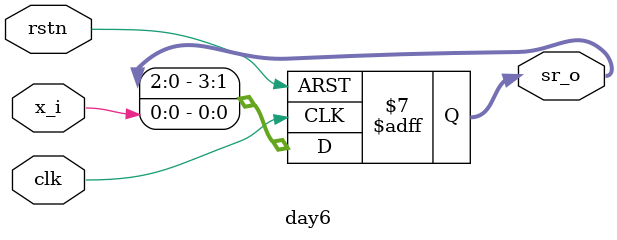
<source format=sv>
module day6 (
  input logic clk,
  input logic rstn,
  input logic x_i,  //-> Serial input
  output logic [3:0]   sr_o  //-> Shift register output
);
  
  always_ff @(posedge clk or negedge rstn) begin
    if(!rstn) begin
      sr_o <= 4'd0;
    end
    else begin
      sr_o[0] <= x_i;
      for(int i=1;i<4;i++) begin
        sr_o[i] <= sr_o[i-1];
      end 
    end
  end
  
endmodule
</source>
